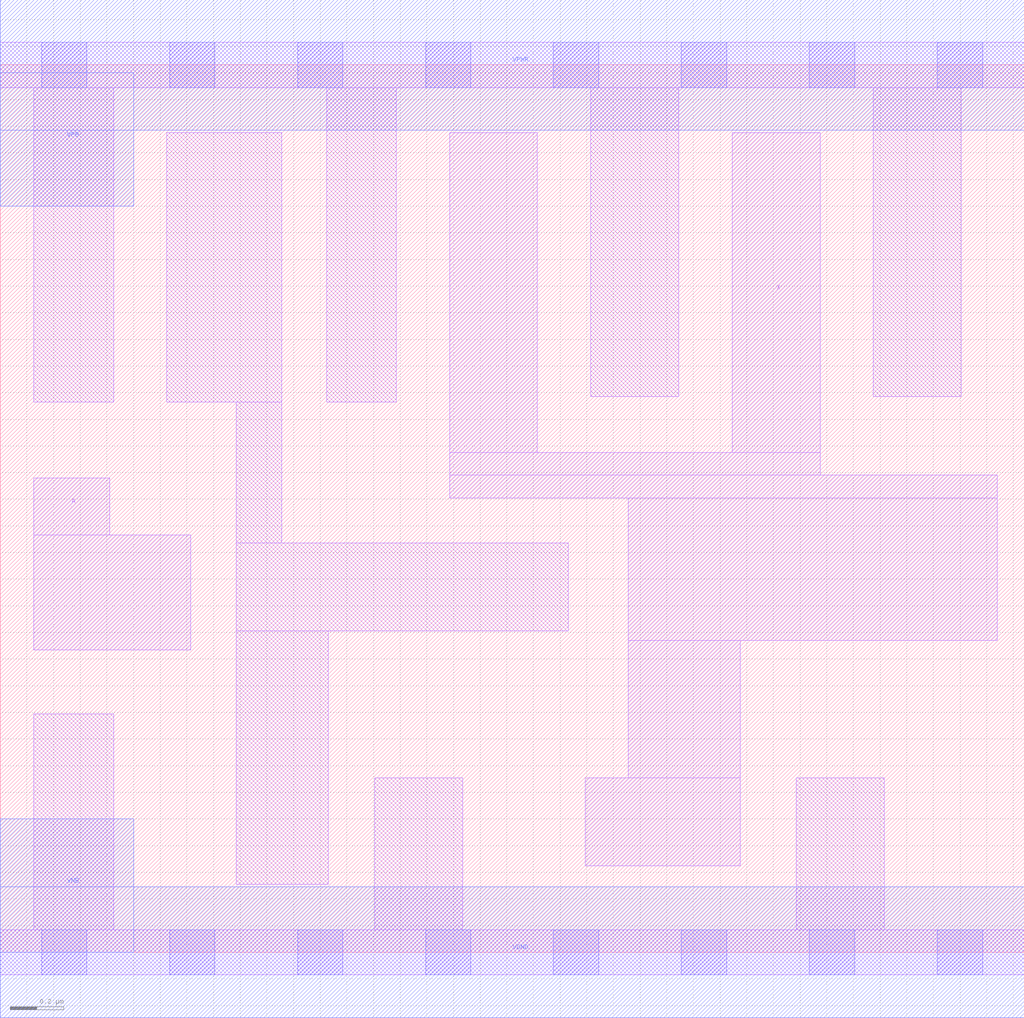
<source format=lef>
# Copyright 2020 The SkyWater PDK Authors
#
# Licensed under the Apache License, Version 2.0 (the "License");
# you may not use this file except in compliance with the License.
# You may obtain a copy of the License at
#
#     https://www.apache.org/licenses/LICENSE-2.0
#
# Unless required by applicable law or agreed to in writing, software
# distributed under the License is distributed on an "AS IS" BASIS,
# WITHOUT WARRANTIES OR CONDITIONS OF ANY KIND, either express or implied.
# See the License for the specific language governing permissions and
# limitations under the License.
#
# SPDX-License-Identifier: Apache-2.0

VERSION 5.5 ;
NAMESCASESENSITIVE ON ;
BUSBITCHARS "[]" ;
DIVIDERCHAR "/" ;
MACRO sky130_fd_sc_lp__clkbuflp_4
  CLASS CORE ;
  SOURCE USER ;
  ORIGIN  0.000000  0.000000 ;
  SIZE  3.840000 BY  3.330000 ;
  SYMMETRY X Y R90 ;
  SITE unit ;
  PIN A
    ANTENNAGATEAREA  0.692000 ;
    DIRECTION INPUT ;
    USE SIGNAL ;
    PORT
      LAYER li1 ;
        RECT 0.125000 1.135000 0.715000 1.565000 ;
        RECT 0.125000 1.565000 0.410000 1.780000 ;
    END
  END A
  PIN X
    ANTENNADIFFAREA  0.714000 ;
    DIRECTION OUTPUT ;
    USE SIGNAL ;
    PORT
      LAYER li1 ;
        RECT 1.685000 1.705000 3.740000 1.790000 ;
        RECT 1.685000 1.790000 3.075000 1.875000 ;
        RECT 1.685000 1.875000 2.015000 3.075000 ;
        RECT 2.195000 0.325000 2.775000 0.655000 ;
        RECT 2.355000 0.655000 2.775000 1.170000 ;
        RECT 2.355000 1.170000 3.740000 1.705000 ;
        RECT 2.745000 1.875000 3.075000 3.075000 ;
    END
  END X
  PIN VGND
    DIRECTION INOUT ;
    USE GROUND ;
    PORT
      LAYER met1 ;
        RECT 0.000000 -0.245000 3.840000 0.245000 ;
    END
  END VGND
  PIN VNB
    DIRECTION INOUT ;
    USE GROUND ;
    PORT
      LAYER met1 ;
        RECT 0.000000 0.000000 0.500000 0.500000 ;
    END
  END VNB
  PIN VPB
    DIRECTION INOUT ;
    USE POWER ;
    PORT
      LAYER met1 ;
        RECT 0.000000 2.800000 0.500000 3.300000 ;
    END
  END VPB
  PIN VPWR
    DIRECTION INOUT ;
    USE POWER ;
    PORT
      LAYER met1 ;
        RECT 0.000000 3.085000 3.840000 3.575000 ;
    END
  END VPWR
  OBS
    LAYER li1 ;
      RECT 0.000000 -0.085000 3.840000 0.085000 ;
      RECT 0.000000  3.245000 3.840000 3.415000 ;
      RECT 0.125000  0.085000 0.425000 0.895000 ;
      RECT 0.125000  2.065000 0.425000 3.245000 ;
      RECT 0.625000  2.065000 1.055000 3.075000 ;
      RECT 0.885000  0.255000 1.230000 1.205000 ;
      RECT 0.885000  1.205000 2.130000 1.535000 ;
      RECT 0.885000  1.535000 1.055000 2.065000 ;
      RECT 1.225000  2.065000 1.485000 3.245000 ;
      RECT 1.405000  0.085000 1.735000 0.655000 ;
      RECT 2.215000  2.085000 2.545000 3.245000 ;
      RECT 2.985000  0.085000 3.315000 0.655000 ;
      RECT 3.275000  2.085000 3.605000 3.245000 ;
    LAYER mcon ;
      RECT 0.155000 -0.085000 0.325000 0.085000 ;
      RECT 0.155000  3.245000 0.325000 3.415000 ;
      RECT 0.635000 -0.085000 0.805000 0.085000 ;
      RECT 0.635000  3.245000 0.805000 3.415000 ;
      RECT 1.115000 -0.085000 1.285000 0.085000 ;
      RECT 1.115000  3.245000 1.285000 3.415000 ;
      RECT 1.595000 -0.085000 1.765000 0.085000 ;
      RECT 1.595000  3.245000 1.765000 3.415000 ;
      RECT 2.075000 -0.085000 2.245000 0.085000 ;
      RECT 2.075000  3.245000 2.245000 3.415000 ;
      RECT 2.555000 -0.085000 2.725000 0.085000 ;
      RECT 2.555000  3.245000 2.725000 3.415000 ;
      RECT 3.035000 -0.085000 3.205000 0.085000 ;
      RECT 3.035000  3.245000 3.205000 3.415000 ;
      RECT 3.515000 -0.085000 3.685000 0.085000 ;
      RECT 3.515000  3.245000 3.685000 3.415000 ;
  END
END sky130_fd_sc_lp__clkbuflp_4
END LIBRARY

</source>
